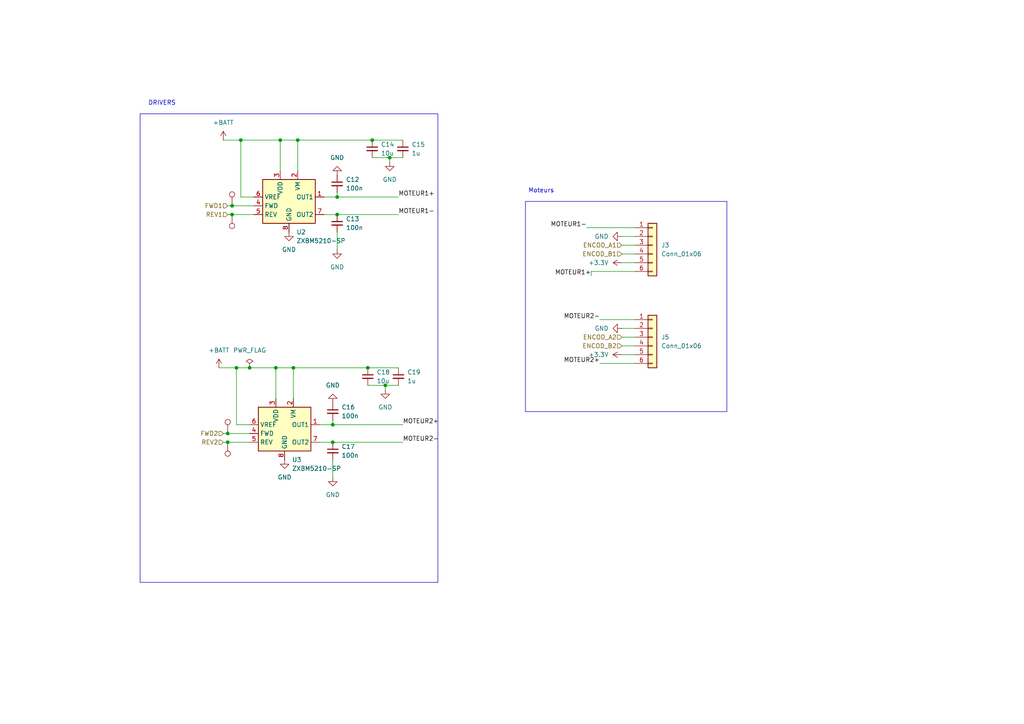
<source format=kicad_sch>
(kicad_sch (version 20250114) (generator "eeschema") (generator_version "9.0")
  (paper "A4")
  (lib_symbols
    (symbol "Connector:TestPoint" (pin_numbers (hide yes)) (pin_names (offset 0.762) (hide yes))
      (property "Reference" "TP" (at 0 6.858 0))
      (property "Value" "TestPoint" (at 0 5.08 0))
      (symbol "TestPoint_0_1"
        (circle (center 0 3.302) (radius 0.762))
      )
      (symbol "TestPoint_1_1"
        (pin passive line (at 0 0 90) (length 2.54) (name "1") (number "1"))
      )
    )
    (symbol "Connector_Generic:Conn_01x06" (pin_names (offset 1.016) (hide yes))
      (property "Reference" "J" (at 0 7.62 0))
      (property "Value" "Conn_01x06" (at 0 -10.16 0))
      (symbol "Conn_01x06_1_1"
        (rectangle (start -1.27 6.35) (end 1.27 -8.89) (stroke (width 0.254)) (fill (type background)))
        (rectangle (start -1.27 5.207) (end 0 4.953) (stroke (width 0.1524)))
        (rectangle (start -1.27 2.667) (end 0 2.413) (stroke (width 0.1524)))
        (rectangle (start -1.27 0.127) (end 0 -0.127) (stroke (width 0.1524)))
        (rectangle (start -1.27 -2.413) (end 0 -2.667) (stroke (width 0.1524)))
        (rectangle (start -1.27 -4.953) (end 0 -5.207) (stroke (width 0.1524)))
        (rectangle (start -1.27 -7.493) (end 0 -7.747) (stroke (width 0.1524)))
        (pin passive line (at -5.08 5.08 0) (length 3.81) (name "Pin_1") (number "1"))
        (pin passive line (at -5.08 2.54 0) (length 3.81) (name "Pin_2") (number "2"))
        (pin passive line (at -5.08 0 0) (length 3.81) (name "Pin_3") (number "3"))
        (pin passive line (at -5.08 -2.54 0) (length 3.81) (name "Pin_4") (number "4"))
        (pin passive line (at -5.08 -5.08 0) (length 3.81) (name "Pin_5") (number "5"))
        (pin passive line (at -5.08 -7.62 0) (length 3.81) (name "Pin_6") (number "6"))
      )
    )
    (symbol "Device:C_Small" (pin_numbers (hide yes)) (pin_names (offset 0.254) (hide yes))
      (property "Reference" "C" (at 0.254 1.778 0))
      (property "Value" "C_Small" (at 0.254 -2.032 0))
      (symbol "C_Small_0_1"
        (polyline (pts (xy -1.524 0.508) (xy 1.524 0.508)) (stroke (width 0.3048)))
        (polyline (pts (xy -1.524 -0.508) (xy 1.524 -0.508)) (stroke (width 0.3302)))
      )
      (symbol "C_Small_1_1"
        (pin passive line (at 0 2.54 270) (length 2.032) (name "~") (number "1"))
        (pin passive line (at 0 -2.54 90) (length 2.032) (name "~") (number "2"))
      )
    )
    (symbol "Driver_Motor:ZXBM5210-SP"
      (property "Reference" "U" (at -7.62 8.89 0))
      (property "Value" "ZXBM5210-SP" (at 10.16 8.89 0))
      (symbol "ZXBM5210-SP_0_0"
        (pin input line (at -10.16 2.54 0) (length 2.54) (name "VREF") (number "6"))
        (pin input line (at -10.16 0 0) (length 2.54) (name "FWD") (number "4"))
        (pin input line (at -10.16 -2.54 0) (length 2.54) (name "REV") (number "5"))
        (pin power_in line (at -2.54 10.16 270) (length 2.54) (name "VDD") (number "3"))
        (pin power_in line (at 0 -7.62 90) (length 2.54) (name "GND") (number "8"))
        (pin passive line (at 0 -7.62 90) (length 2.54) (hide yes) (name "GND") (number "9"))
        (pin power_in line (at 2.54 10.16 270) (length 2.54) (name "VM") (number "2"))
        (pin output line (at 10.16 2.54 180) (length 2.54) (name "OUT1") (number "1"))
        (pin output line (at 10.16 -2.54 180) (length 2.54) (name "OUT2") (number "7"))
      )
      (symbol "ZXBM5210-SP_0_1"
        (rectangle (start -7.62 7.62) (end 7.62 -5.08) (stroke (width 0.254)) (fill (type background)))
      )
    )
    (symbol "power:+3.3V" (power) (pin_numbers (hide yes)) (pin_names (offset 0) (hide yes))
      (property "Value" "+3.3V" (at 0 3.556 0))
      (symbol "+3.3V_0_1"
        (polyline (pts (xy -0.762 1.27) (xy 0 2.54)))
        (polyline (pts (xy 0 2.54) (xy 0.762 1.27)))
        (polyline (pts (xy 0 0) (xy 0 2.54)))
      )
      (symbol "+3.3V_1_1"
        (pin power_in line (at 0 0 90) (length 0) (name "~") (number "1"))
      )
    )
    (symbol "power:+BATT" (power) (pin_numbers (hide yes)) (pin_names (offset 0) (hide yes))
      (property "Value" "+BATT" (at 0 3.556 0))
      (symbol "+BATT_0_1"
        (polyline (pts (xy -0.762 1.27) (xy 0 2.54)))
        (polyline (pts (xy 0 2.54) (xy 0.762 1.27)))
        (polyline (pts (xy 0 0) (xy 0 2.54)))
      )
      (symbol "+BATT_1_1"
        (pin power_in line (at 0 0 90) (length 0) (name "~") (number "1"))
      )
    )
    (symbol "power:GND" (power) (pin_numbers (hide yes)) (pin_names (offset 0) (hide yes))
      (property "Value" "GND" (at 0 -3.81 0))
      (symbol "GND_0_1"
        (polyline (pts (xy 0 0) (xy 0 -1.27) (xy 1.27 -1.27) (xy 0 -2.54) (xy -1.27 -1.27) (xy 0 -1.27)))
      )
      (symbol "GND_1_1"
        (pin power_in line (at 0 0 270) (length 0) (name "~") (number "1"))
      )
    )
    (symbol "power:PWR_FLAG" (power) (pin_numbers (hide yes)) (pin_names (offset 0) (hide yes))
      (property "Value" "PWR_FLAG" (at 0 3.81 0))
      (symbol "PWR_FLAG_0_0"
        (pin power_out line (at 0 0 90) (length 0) (name "~") (number "1"))
      )
      (symbol "PWR_FLAG_0_1"
        (polyline (pts (xy 0 0) (xy 0 1.27) (xy -1.016 1.905) (xy 0 2.54) (xy 1.016 1.905) (xy 0 1.27)))
      )
    )
  )
  (rectangle (start 152.4 58.42) (end 210.82 119.38))
  (rectangle (start 40.64 33.02) (end 127 168.91))
  (text "DRIVERS" (at 46.99 29.972 0) (effects (font (size 1.27 1.27))))
  (text "Moteurs" (at 156.972 55.372 0) (effects (font (size 1.27 1.27))))
  (junction (at 111.76 111.76))
  (junction (at 66.04 128.27))
  (junction (at 68.58 106.68))
  (junction (at 72.39 106.68))
  (junction (at 80.01 106.68))
  (junction (at 96.52 123.19))
  (junction (at 67.31 62.23))
  (junction (at 97.79 62.23))
  (junction (at 97.79 57.15))
  (junction (at 113.03 45.72))
  (junction (at 69.85 40.64))
  (junction (at 66.04 125.73))
  (junction (at 81.28 40.64))
  (junction (at 96.52 128.27))
  (junction (at 85.09 106.68))
  (junction (at 86.36 40.64))
  (junction (at 107.95 40.64))
  (junction (at 106.68 106.68))
  (junction (at 67.31 59.69))
  (wire (pts (xy 173.99 105.41) (xy 184.15 105.41)))
  (wire (pts (xy 96.52 123.19) (xy 116.84 123.19)))
  (wire (pts (xy 72.39 123.19) (xy 68.58 123.19)))
  (wire (pts (xy 111.76 111.76) (xy 115.57 111.76)))
  (wire (pts (xy 97.79 57.15) (xy 115.57 57.15)))
  (wire (pts (xy 66.04 128.27) (xy 72.39 128.27)))
  (wire (pts (xy 64.77 125.73) (xy 66.04 125.73)))
  (wire (pts (xy 66.04 125.73) (xy 72.39 125.73)))
  (wire (pts (xy 67.31 59.69) (xy 73.66 59.69)))
  (wire (pts (xy 67.31 62.23) (xy 73.66 62.23)))
  (wire (pts (xy 180.34 102.87) (xy 184.15 102.87)))
  (wire (pts (xy 96.52 133.35) (xy 96.52 138.43)))
  (wire (pts (xy 97.79 62.23) (xy 115.57 62.23)))
  (wire (pts (xy 80.01 106.68) (xy 80.01 115.57)))
  (wire (pts (xy 85.09 106.68) (xy 106.68 106.68)))
  (wire (pts (xy 180.34 68.58) (xy 184.15 68.58)))
  (wire (pts (xy 171.45 78.74) (xy 184.15 78.74)))
  (wire (pts (xy 173.99 92.71) (xy 184.15 92.71)))
  (wire (pts (xy 68.58 106.68) (xy 72.39 106.68)))
  (wire (pts (xy 81.28 40.64) (xy 81.28 49.53)))
  (wire (pts (xy 64.77 128.27) (xy 66.04 128.27)))
  (wire (pts (xy 66.04 59.69) (xy 67.31 59.69)))
  (wire (pts (xy 180.34 76.2) (xy 184.15 76.2)))
  (wire (pts (xy 85.09 106.68) (xy 85.09 115.57)))
  (wire (pts (xy 107.95 40.64) (xy 116.84 40.64)))
  (wire (pts (xy 72.39 106.68) (xy 80.01 106.68)))
  (wire (pts (xy 86.36 40.64) (xy 107.95 40.64)))
  (wire (pts (xy 113.03 45.72) (xy 113.03 46.99)))
  (wire (pts (xy 92.71 123.19) (xy 96.52 123.19)))
  (wire (pts (xy 170.18 66.04) (xy 184.15 66.04)))
  (wire (pts (xy 92.71 128.27) (xy 96.52 128.27)))
  (wire (pts (xy 180.34 100.33) (xy 184.15 100.33)))
  (wire (pts (xy 180.34 73.66) (xy 184.15 73.66)))
  (wire (pts (xy 96.52 121.92) (xy 96.52 123.19)))
  (wire (pts (xy 73.66 57.15) (xy 69.85 57.15)))
  (wire (pts (xy 180.34 71.12) (xy 184.15 71.12)))
  (wire (pts (xy 63.5 106.68) (xy 68.58 106.68)))
  (wire (pts (xy 107.95 45.72) (xy 113.03 45.72)))
  (wire (pts (xy 68.58 106.68) (xy 68.58 123.19)))
  (wire (pts (xy 69.85 40.64) (xy 81.28 40.64)))
  (wire (pts (xy 66.04 62.23) (xy 67.31 62.23)))
  (wire (pts (xy 93.98 62.23) (xy 97.79 62.23)))
  (wire (pts (xy 113.03 45.72) (xy 116.84 45.72)))
  (wire (pts (xy 180.34 97.79) (xy 184.15 97.79)))
  (wire (pts (xy 111.76 111.76) (xy 111.76 113.03)))
  (wire (pts (xy 81.28 40.64) (xy 86.36 40.64)))
  (wire (pts (xy 97.79 67.31) (xy 97.79 72.39)))
  (wire (pts (xy 106.68 111.76) (xy 111.76 111.76)))
  (wire (pts (xy 69.85 40.64) (xy 69.85 57.15)))
  (wire (pts (xy 171.45 78.74) (xy 171.45 80.01)))
  (wire (pts (xy 97.79 55.88) (xy 97.79 57.15)))
  (wire (pts (xy 86.36 40.64) (xy 86.36 49.53)))
  (wire (pts (xy 93.98 57.15) (xy 97.79 57.15)))
  (wire (pts (xy 106.68 106.68) (xy 115.57 106.68)))
  (wire (pts (xy 64.77 40.64) (xy 69.85 40.64)))
  (wire (pts (xy 180.34 95.25) (xy 184.15 95.25)))
  (wire (pts (xy 80.01 106.68) (xy 85.09 106.68)))
  (wire (pts (xy 96.52 128.27) (xy 116.84 128.27)))
  (label "MOTEUR2+" (at 116.84 123.19 0))
  (label "MOTEUR2-" (at 116.84 128.27 0))
  (label "MOTEUR1+" (at 115.57 57.15 0))
  (label "MOTEUR1-" (at 170.18 66.04 180))
  (label "MOTEUR1-" (at 115.57 62.23 0))
  (label "MOTEUR2-" (at 173.99 92.71 180))
  (label "MOTEUR1+" (at 171.45 80.01 180))
  (label "MOTEUR2+" (at 173.99 105.41 180))
  (hierarchical_label "FWD1" (shape input) (at 66.04 59.69 180))
  (hierarchical_label "ENCOD_B1" (shape input) (at 180.34 73.66 180))
  (hierarchical_label "ENCOD_B2" (shape input) (at 180.34 100.33 180))
  (hierarchical_label "FWD2" (shape input) (at 64.77 125.73 180))
  (hierarchical_label "ENCOD_A1" (shape input) (at 180.34 71.12 180))
  (hierarchical_label "REV1" (shape input) (at 66.04 62.23 180))
  (hierarchical_label "REV2" (shape input) (at 64.77 128.27 180))
  (hierarchical_label "ENCOD_A2" (shape input) (at 180.34 97.79 180))
  (symbol (lib_id "power:PWR_FLAG") (at 72.39 106.68 0) (unit 1)
    (property "Reference" "#FLG03" (effects (hide yes)))
    (property "Value" "PWR_FLAG" (at 72.39 101.6 0))
    (property "Description" "Special symbol for telling ERC where power comes from" (effects (hide yes)))
  )
  (symbol (lib_id "power:GND") (at 113.03 46.99 0) (unit 1)
    (property "Reference" "#PWR021" (effects (hide yes)))
    (property "Value" "GND" (at 113.03 52.07 0))
    (property "Description" "Power symbol creates a global label with name \"GND\" , ground" (effects (hide yes)))
  )
  (symbol (lib_id "power:GND") (at 180.34 68.58 270) (unit 1)
    (property "Reference" "#PWR039" (effects (hide yes)))
    (property "Value" "GND" (at 176.53 68.5799 90) (effects (justify right)))
    (property "Description" "Power symbol creates a global label with name \"GND\" , ground" (effects (hide yes)))
  )
  (symbol (lib_id "power:+3.3V") (at 180.34 102.87 90) (unit 1)
    (property "Reference" "#PWR045" (effects (hide yes)))
    (property "Value" "+3.3V" (at 176.53 102.8699 90) (effects (justify left)))
    (property "Description" "Power symbol creates a global label with name \"+3.3V\"" (effects (hide yes)))
  )
  (symbol (lib_id "Device:C_Small") (at 96.52 119.38 0) (unit 1)
    (property "Reference" "C16" (at 99.06 118.1162 0) (effects (justify left)))
    (property "Value" "100n" (at 99.06 120.6562 0) (effects (justify left)))
    (property "Footprint" "Capacitor_SMD:C_0402_1005Metric" (effects (hide yes)))
    (property "Description" "Unpolarized capacitor, small symbol" (effects (hide yes)))
  )
  (symbol (lib_id "Device:C_Small") (at 107.95 43.18 0) (unit 1)
    (property "Reference" "C14" (at 110.49 41.9162 0) (effects (justify left)))
    (property "Value" "10u" (at 110.49 44.4562 0) (effects (justify left)))
    (property "Footprint" "Capacitor_SMD:C_0603_1608Metric" (effects (hide yes)))
    (property "Description" "Unpolarized capacitor, small symbol" (effects (hide yes)))
  )
  (symbol (lib_id "Connector:TestPoint") (at 66.04 125.73 0) (unit 1)
    (property "Reference" "TP3" (effects (hide yes)))
    (property "Value" "TestPoint" (effects (hide yes)))
    (property "Footprint" "TestPoint:TestPoint_Pad_D1.0mm" (effects (hide yes)))
    (property "Description" "test point" (effects (hide yes)))
  )
  (symbol (lib_id "power:GND") (at 111.76 113.03 0) (unit 1)
    (property "Reference" "#PWR025" (effects (hide yes)))
    (property "Value" "GND" (at 111.76 118.11 0))
    (property "Description" "Power symbol creates a global label with name \"GND\" , ground" (effects (hide yes)))
  )
  (symbol (lib_id "power:+3.3V") (at 180.34 76.2 90) (unit 1)
    (property "Reference" "#PWR043" (effects (hide yes)))
    (property "Value" "+3.3V" (at 176.53 76.1999 90) (effects (justify left)))
    (property "Description" "Power symbol creates a global label with name \"+3.3V\"" (effects (hide yes)))
  )
  (symbol (lib_id "power:GND") (at 97.79 50.8 180) (unit 1)
    (property "Reference" "#PWR020" (effects (hide yes)))
    (property "Value" "GND" (at 97.79 45.72 0))
    (property "Description" "Power symbol creates a global label with name \"GND\" , ground" (effects (hide yes)))
  )
  (symbol (lib_id "Connector_Generic:Conn_01x06") (at 189.23 97.79 0) (unit 1)
    (property "Reference" "J5" (at 191.77 97.7899 0) (effects (justify left)))
    (property "Value" "Conn_01x06" (at 191.77 100.3299 0) (effects (justify left)))
    (property "Footprint" "Connector_JST:JST_XH_S6B-XH-A_1x06_P2.50mm_Horizontal" (effects (hide yes)))
    (property "Description" "Generic connector, single row, 01x06, script generated (kicad-library-utils/schlib/autogen/connector/)" (effects (hide yes)))
    (property "MPN" "DfRobot FIT0521" (effects (hide yes)))
  )
  (symbol (lib_id "power:GND") (at 96.52 138.43 0) (unit 1)
    (property "Reference" "#PWR024" (effects (hide yes)))
    (property "Value" "GND" (at 96.52 143.51 0))
    (property "Description" "Power symbol creates a global label with name \"GND\" , ground" (effects (hide yes)))
  )
  (symbol (lib_id "Connector:TestPoint") (at 67.31 62.23 180) (unit 1)
    (property "Reference" "TP2" (effects (hide yes)))
    (property "Value" "TestPoint" (effects (hide yes)))
    (property "Footprint" "TestPoint:TestPoint_Pad_D1.0mm" (effects (hide yes)))
    (property "Description" "test point" (effects (hide yes)))
  )
  (symbol (lib_id "power:GND") (at 83.82 67.31 0) (unit 1)
    (property "Reference" "#PWR016" (effects (hide yes)))
    (property "Value" "GND" (at 83.82 72.39 0))
    (property "Description" "Power symbol creates a global label with name \"GND\" , ground" (effects (hide yes)))
  )
  (symbol (lib_id "Device:C_Small") (at 116.84 43.18 0) (unit 1)
    (property "Reference" "C15" (at 119.38 41.9162 0) (effects (justify left)))
    (property "Value" "1u" (at 119.38 44.4562 0) (effects (justify left)))
    (property "Footprint" "Capacitor_SMD:C_0402_1005Metric" (effects (hide yes)))
    (property "Description" "Unpolarized capacitor, small symbol" (effects (hide yes)))
  )
  (symbol (lib_id "Device:C_Small") (at 97.79 64.77 0) (unit 1)
    (property "Reference" "C13" (at 100.33 63.5062 0) (effects (justify left)))
    (property "Value" "100n" (at 100.33 66.0462 0) (effects (justify left)))
    (property "Footprint" "Capacitor_SMD:C_0402_1005Metric" (effects (hide yes)))
    (property "Description" "Unpolarized capacitor, small symbol" (effects (hide yes)))
  )
  (symbol (lib_id "Connector:TestPoint") (at 67.31 59.69 0) (unit 1)
    (property "Reference" "TP1" (effects (hide yes)))
    (property "Value" "TestPoint" (effects (hide yes)))
    (property "Footprint" "TestPoint:TestPoint_Pad_D1.0mm" (effects (hide yes)))
    (property "Description" "test point" (effects (hide yes)))
  )
  (symbol (lib_id "Device:C_Small") (at 106.68 109.22 0) (unit 1)
    (property "Reference" "C18" (at 109.22 107.9562 0) (effects (justify left)))
    (property "Value" "10u" (at 109.22 110.4962 0) (effects (justify left)))
    (property "Footprint" "Capacitor_SMD:C_0603_1608Metric" (effects (hide yes)))
    (property "Description" "Unpolarized capacitor, small symbol" (effects (hide yes)))
  )
  (symbol (lib_id "Driver_Motor:ZXBM5210-SP") (at 83.82 59.69 0) (unit 1)
    (property "Reference" "U2" (at 85.9633 67.31 0) (effects (justify left)))
    (property "Value" "ZXBM5210-SP" (at 85.9633 69.85 0) (effects (justify left)))
    (property "Footprint" "Package_SO:Diodes_SO-8EP" (effects (hide yes)))
    (property "Datasheet" "https://www.diodes.com/assets/Datasheets/ZXBM5210.pdf" (effects (hide yes)))
    (property "Description" "Reversible DC motor drive with speed control, 3-18V, 0.85A, SOIC-8EP" (effects (hide yes)))
    (property "MPN" "ZXBM5210-SP" (effects (hide yes)))
  )
  (symbol (lib_id "Driver_Motor:ZXBM5210-SP") (at 82.55 125.73 0) (unit 1)
    (property "Reference" "U3" (at 84.6933 133.35 0) (effects (justify left)))
    (property "Value" "ZXBM5210-SP" (at 84.6933 135.89 0) (effects (justify left)))
    (property "Footprint" "Package_SO:Diodes_SO-8EP" (effects (hide yes)))
    (property "Datasheet" "https://www.diodes.com/assets/Datasheets/ZXBM5210.pdf" (effects (hide yes)))
    (property "Description" "Reversible DC motor drive with speed control, 3-18V, 0.85A, SOIC-8EP" (effects (hide yes)))
    (property "MPN" "ZXBM5210-SP" (effects (hide yes)))
  )
  (symbol (lib_id "Device:C_Small") (at 97.79 53.34 0) (unit 1)
    (property "Reference" "C12" (at 100.33 52.0762 0) (effects (justify left)))
    (property "Value" "100n" (at 100.33 54.6162 0) (effects (justify left)))
    (property "Footprint" "Capacitor_SMD:C_0402_1005Metric" (effects (hide yes)))
    (property "Description" "Unpolarized capacitor, small symbol" (effects (hide yes)))
  )
  (symbol (lib_id "Connector:TestPoint") (at 66.04 128.27 180) (unit 1)
    (property "Reference" "TP4" (effects (hide yes)))
    (property "Value" "TestPoint" (effects (hide yes)))
    (property "Footprint" "TestPoint:TestPoint_Pad_D1.0mm" (effects (hide yes)))
    (property "Description" "test point" (effects (hide yes)))
  )
  (symbol (lib_id "power:GND") (at 180.34 95.25 270) (unit 1)
    (property "Reference" "#PWR044" (effects (hide yes)))
    (property "Value" "GND" (at 176.53 95.2499 90) (effects (justify right)))
    (property "Description" "Power symbol creates a global label with name \"GND\" , ground" (effects (hide yes)))
  )
  (symbol (lib_id "power:GND") (at 82.55 133.35 0) (unit 1)
    (property "Reference" "#PWR022" (effects (hide yes)))
    (property "Value" "GND" (at 82.55 138.43 0))
    (property "Description" "Power symbol creates a global label with name \"GND\" , ground" (effects (hide yes)))
  )
  (symbol (lib_id "power:+BATT") (at 64.77 40.64 0) (unit 1)
    (property "Reference" "#PWR018" (effects (hide yes)))
    (property "Value" "+BATT" (at 64.77 35.56 0))
    (property "Description" "Power symbol creates a global label with name \"+BATT\"" (effects (hide yes)))
  )
  (symbol (lib_id "power:+BATT") (at 63.5 106.68 0) (unit 1)
    (property "Reference" "#PWR017" (effects (hide yes)))
    (property "Value" "+BATT" (at 63.5 101.6 0))
    (property "Description" "Power symbol creates a global label with name \"+BATT\"" (effects (hide yes)))
  )
  (symbol (lib_id "power:GND") (at 97.79 72.39 0) (unit 1)
    (property "Reference" "#PWR019" (effects (hide yes)))
    (property "Value" "GND" (at 97.79 77.47 0))
    (property "Description" "Power symbol creates a global label with name \"GND\" , ground" (effects (hide yes)))
  )
  (symbol (lib_id "Connector_Generic:Conn_01x06") (at 189.23 71.12 0) (unit 1)
    (property "Reference" "J3" (at 191.77 71.1199 0) (effects (justify left)))
    (property "Value" "Conn_01x06" (at 191.77 73.6599 0) (effects (justify left)))
    (property "Footprint" "Connector_JST:JST_XH_S6B-XH-A_1x06_P2.50mm_Horizontal" (effects (hide yes)))
    (property "Description" "Generic connector, single row, 01x06, script generated (kicad-library-utils/schlib/autogen/connector/)" (effects (hide yes)))
    (property "MPN" "DfRobot FIT0521" (effects (hide yes)))
  )
  (symbol (lib_id "power:GND") (at 96.52 116.84 180) (unit 1)
    (property "Reference" "#PWR023" (effects (hide yes)))
    (property "Value" "GND" (at 96.52 111.76 0))
    (property "Description" "Power symbol creates a global label with name \"GND\" , ground" (effects (hide yes)))
  )
  (symbol (lib_id "Device:C_Small") (at 96.52 130.81 0) (unit 1)
    (property "Reference" "C17" (at 99.06 129.5462 0) (effects (justify left)))
    (property "Value" "100n" (at 99.06 132.0862 0) (effects (justify left)))
    (property "Footprint" "Capacitor_SMD:C_0402_1005Metric" (effects (hide yes)))
    (property "Description" "Unpolarized capacitor, small symbol" (effects (hide yes)))
  )
  (symbol (lib_id "Device:C_Small") (at 115.57 109.22 0) (unit 1)
    (property "Reference" "C19" (at 118.11 107.9562 0) (effects (justify left)))
    (property "Value" "1u" (at 118.11 110.4962 0) (effects (justify left)))
    (property "Footprint" "Capacitor_SMD:C_0402_1005Metric" (effects (hide yes)))
    (property "Description" "Unpolarized capacitor, small symbol" (effects (hide yes)))
  )
)
</source>
